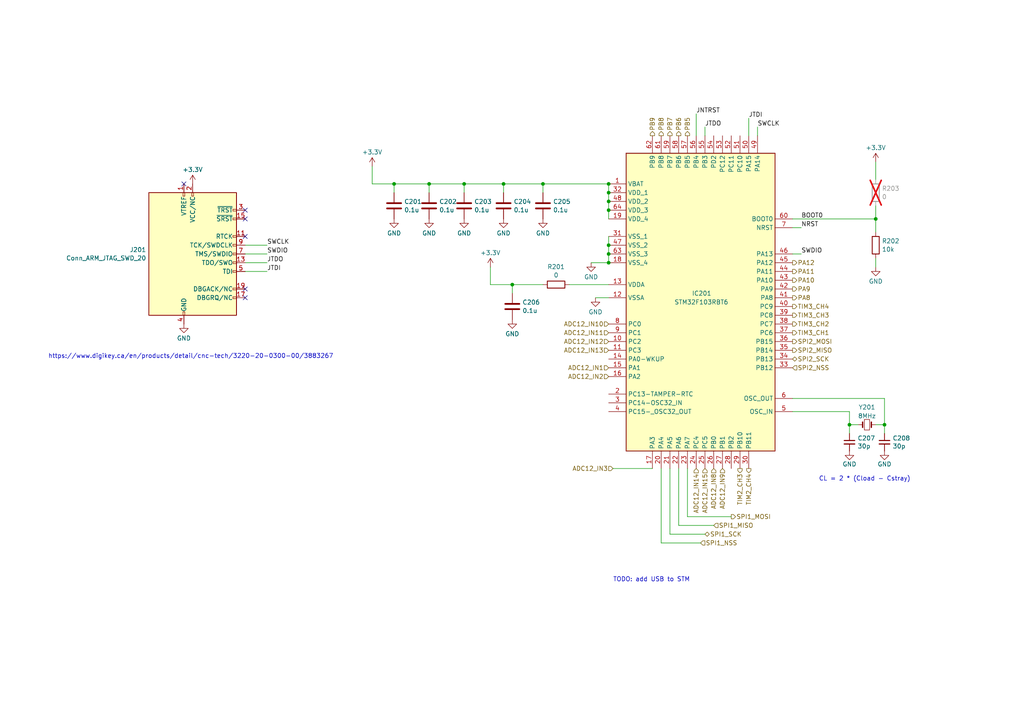
<source format=kicad_sch>
(kicad_sch (version 20230121) (generator eeschema)
  (paper "A4")
  (lib_symbols
    (symbol "Connector:Conn_ARM_JTAG_SWD_20" (pin_names (offset 1.016))
      (property "Reference" "J" (at -5.08 21.59 0))
      (property "Value" "Conn_ARM_JTAG_SWD_20" (at -5.08 19.05 0))
      (symbol "Conn_ARM_JTAG_SWD_20_0_1"
        (rectangle (start -12.7 17.78) (end 12.7 -17.78) (stroke (width 0.254)) (fill (type background)))
        (rectangle (start -2.794 -17.78) (end -2.286 -16.764))
        (rectangle (start -2.794 17.78) (end -2.286 16.764))
        (rectangle (start -0.254 17.78) (end 0.254 16.764))
        (rectangle (start 11.684 2.286) (end 12.7 2.794))
        (rectangle (start 12.7 -12.446) (end 11.684 -12.954))
        (rectangle (start 12.7 -9.906) (end 11.684 -10.414))
        (rectangle (start 12.7 -2.794) (end 11.684 -2.286))
        (rectangle (start 12.7 -0.254) (end 11.684 0.254))
        (rectangle (start 12.7 4.826) (end 11.684 5.334))
        (rectangle (start 12.7 10.414) (end 11.684 9.906))
        (rectangle (start 12.7 12.954) (end 11.684 12.446))
      )
      (symbol "Conn_ARM_JTAG_SWD_20_1_1"
        (rectangle (start 11.684 -5.334) (end 12.7 -4.826))
        (pin power_in line (at -2.54 20.32 270) (length 2.54) (name "VTREF") (number "1"))
        (pin passive line (at -2.54 -20.32 90) (length 2.54) hide (name "GND") (number "10"))
        (pin input line (at 15.24 5.08 180) (length 2.54) (name "RTCK") (number "11"))
        (pin passive line (at -2.54 -20.32 90) (length 2.54) hide (name "GND") (number "12"))
        (pin input line (at 15.24 -2.54 180) (length 2.54) (name "TDO/SWO") (number "13"))
        (pin passive line (at -2.54 -20.32 90) (length 2.54) hide (name "GND") (number "14"))
        (pin bidirectional line (at 15.24 10.16 180) (length 2.54) (name "~{SRST}") (number "15"))
        (pin passive line (at -2.54 -20.32 90) (length 2.54) hide (name "GND") (number "16"))
        (pin output line (at 15.24 -12.7 180) (length 2.54) (name "DBGRQ/NC") (number "17"))
        (pin passive line (at -2.54 -20.32 90) (length 2.54) hide (name "GND") (number "18"))
        (pin input line (at 15.24 -10.16 180) (length 2.54) (name "DBGACK/NC") (number "19"))
        (pin power_in line (at 0 20.32 270) (length 2.54) (name "VCC/NC") (number "2"))
        (pin passive line (at -2.54 -20.32 90) (length 2.54) hide (name "GND") (number "20"))
        (pin output line (at 15.24 12.7 180) (length 2.54) (name "~{TRST}") (number "3"))
        (pin power_in line (at -2.54 -20.32 90) (length 2.54) (name "GND") (number "4"))
        (pin output line (at 15.24 -5.08 180) (length 2.54) (name "TDI") (number "5"))
        (pin passive line (at -2.54 -20.32 90) (length 2.54) hide (name "GND") (number "6"))
        (pin output line (at 15.24 0 180) (length 2.54) (name "TMS/SWDIO") (number "7"))
        (pin passive line (at -2.54 -20.32 90) (length 2.54) hide (name "GND") (number "8"))
        (pin output line (at 15.24 2.54 180) (length 2.54) (name "TCK/SWDCLK") (number "9"))
      )
    )
    (symbol "Device:C" (pin_numbers hide) (pin_names (offset 0.254))
      (property "Reference" "C" (at 0.635 2.54 0))
      (property "Value" "C" (at 0.635 -2.54 0))
      (symbol "C_0_1"
        (polyline (pts (xy -2.032 -0.762) (xy 2.032 -0.762)) (stroke (width 0.508)))
        (polyline (pts (xy -2.032 0.762) (xy 2.032 0.762)) (stroke (width 0.508)))
      )
      (symbol "C_1_1"
        (pin passive line (at 0 3.81 270) (length 2.794) (name "~") (number "1"))
        (pin passive line (at 0 -3.81 90) (length 2.794) (name "~") (number "2"))
      )
    )
    (symbol "Device:C_Small" (pin_numbers hide) (pin_names (offset 0.254) hide)
      (property "Reference" "C" (at 0.254 1.778 0))
      (property "Value" "C_Small" (at 0.254 -2.032 0))
      (symbol "C_Small_0_1"
        (polyline (pts (xy -1.524 -0.508) (xy 1.524 -0.508)) (stroke (width 0.3302)))
        (polyline (pts (xy -1.524 0.508) (xy 1.524 0.508)) (stroke (width 0.3048)))
      )
      (symbol "C_Small_1_1"
        (pin passive line (at 0 2.54 270) (length 2.032) (name "~") (number "1"))
        (pin passive line (at 0 -2.54 90) (length 2.032) (name "~") (number "2"))
      )
    )
    (symbol "Device:Crystal_Small" (pin_numbers hide) (pin_names (offset 1.016) hide)
      (property "Reference" "Y" (at 0 2.54 0))
      (property "Value" "Crystal_Small" (at 0 -2.54 0))
      (symbol "Crystal_Small_0_1"
        (rectangle (start -0.762 -1.524) (end 0.762 1.524))
        (polyline (pts (xy -1.27 -0.762) (xy -1.27 0.762)) (stroke (width 0.381)))
        (polyline (pts (xy 1.27 -0.762) (xy 1.27 0.762)) (stroke (width 0.381)))
      )
      (symbol "Crystal_Small_1_1"
        (pin passive line (at -2.54 0 0) (length 1.27) (name "1") (number "1"))
        (pin passive line (at 2.54 0 180) (length 1.27) (name "2") (number "2"))
      )
    )
    (symbol "Device:R" (pin_numbers hide) (pin_names (offset 0))
      (property "Reference" "R" (at 2.032 0 90))
      (property "Value" "R" (at 0 0 90))
      (symbol "R_0_1"
        (rectangle (start -1.016 -2.54) (end 1.016 2.54) (stroke (width 0.254)))
      )
      (symbol "R_1_1"
        (pin passive line (at 0 3.81 270) (length 1.27) (name "~") (number "1"))
        (pin passive line (at 0 -3.81 90) (length 1.27) (name "~") (number "2"))
      )
    )
    (symbol "SamacSys_Parts:STM32F103RBT6"
      (property "Reference" "IC201" (at 24.13 -16.51 0))
      (property "Value" "STM32F103RBT6" (at 19.05 -19.05 0))
      (symbol "STM32F103RBT6_1_1"
        (rectangle (start 5.08 24.13) (end 48.26 -62.23) (stroke (width 0.254)) (fill (type background)))
        (pin passive line (at 0 15.24 0) (length 5.08) (name "VBAT") (number "1"))
        (pin passive line (at 0 -30.48 0) (length 5.08) (name "PC2") (number "10"))
        (pin passive line (at 0 -33.02 0) (length 5.08) (name "PC3") (number "11"))
        (pin passive line (at 0 -17.78 0) (length 5.08) (name "VSSA") (number "12"))
        (pin passive line (at 0 -13.97 0) (length 5.08) (name "VDDA") (number "13"))
        (pin passive line (at 0 -35.56 0) (length 5.08) (name "PA0-WKUP") (number "14"))
        (pin passive line (at 0 -38.1 0) (length 5.08) (name "PA1") (number "15"))
        (pin passive line (at 0 -40.64 0) (length 5.08) (name "PA2") (number "16"))
        (pin passive line (at 12.7 -67.31 90) (length 5.08) (name "PA3") (number "17"))
        (pin passive line (at 0 -7.62 0) (length 5.08) (name "VSS_4") (number "18"))
        (pin passive line (at 0 5.08 0) (length 5.08) (name "VDD_4") (number "19"))
        (pin passive line (at 0 -45.72 0) (length 5.08) (name "PC13-TAMPER-RTC") (number "2"))
        (pin passive line (at 15.24 -67.31 90) (length 5.08) (name "PA4") (number "20"))
        (pin passive line (at 17.78 -67.31 90) (length 5.08) (name "PA5") (number "21"))
        (pin passive line (at 20.32 -67.31 90) (length 5.08) (name "PA6") (number "22"))
        (pin passive line (at 22.86 -67.31 90) (length 5.08) (name "PA7") (number "23"))
        (pin passive line (at 25.4 -67.31 90) (length 5.08) (name "PC4") (number "24"))
        (pin passive line (at 27.94 -67.31 90) (length 5.08) (name "PC5") (number "25"))
        (pin passive line (at 30.48 -67.31 90) (length 5.08) (name "PB0") (number "26"))
        (pin passive line (at 33.02 -67.31 90) (length 5.08) (name "PB1") (number "27"))
        (pin passive line (at 35.56 -67.31 90) (length 5.08) (name "PB2") (number "28"))
        (pin passive line (at 38.1 -67.31 90) (length 5.08) (name "PB10") (number "29"))
        (pin passive line (at 0 -48.26 0) (length 5.08) (name "PC14-OSC32_IN") (number "3"))
        (pin passive line (at 40.64 -67.31 90) (length 5.08) (name "PB11") (number "30"))
        (pin passive line (at 0 0 0) (length 5.08) (name "VSS_1") (number "31"))
        (pin passive line (at 0 12.7 0) (length 5.08) (name "VDD_1") (number "32"))
        (pin passive line (at 53.34 -38.1 180) (length 5.08) (name "PB12") (number "33"))
        (pin passive line (at 53.34 -35.56 180) (length 5.08) (name "PB13") (number "34"))
        (pin passive line (at 53.34 -33.02 180) (length 5.08) (name "PB14") (number "35"))
        (pin passive line (at 53.34 -30.48 180) (length 5.08) (name "PB15") (number "36"))
        (pin passive line (at 53.34 -27.94 180) (length 5.08) (name "PC6") (number "37"))
        (pin passive line (at 53.34 -25.4 180) (length 5.08) (name "PC7") (number "38"))
        (pin passive line (at 53.34 -22.86 180) (length 5.08) (name "PC8") (number "39"))
        (pin passive line (at 0 -50.8 0) (length 5.08) (name "PC15-_OSC32_OUT") (number "4"))
        (pin passive line (at 53.34 -20.32 180) (length 5.08) (name "PC9") (number "40"))
        (pin passive line (at 53.34 -17.78 180) (length 5.08) (name "PA8") (number "41"))
        (pin passive line (at 53.34 -15.24 180) (length 5.08) (name "PA9") (number "42"))
        (pin passive line (at 53.34 -12.7 180) (length 5.08) (name "PA10") (number "43"))
        (pin passive line (at 53.34 -10.16 180) (length 5.08) (name "PA11") (number "44"))
        (pin passive line (at 53.34 -7.62 180) (length 5.08) (name "PA12") (number "45"))
        (pin passive line (at 53.34 -5.08 180) (length 5.08) (name "PA13") (number "46"))
        (pin passive line (at 0 -2.54 0) (length 5.08) (name "VSS_2") (number "47"))
        (pin passive line (at 0 10.16 0) (length 5.08) (name "VDD_2") (number "48"))
        (pin passive line (at 43.18 29.21 270) (length 5.08) (name "PA14") (number "49"))
        (pin passive line (at 53.34 -50.8 180) (length 5.08) (name "OSC_IN") (number "5"))
        (pin passive line (at 40.64 29.21 270) (length 5.08) (name "PA15") (number "50"))
        (pin passive line (at 38.1 29.21 270) (length 5.08) (name "PC10") (number "51"))
        (pin passive line (at 35.56 29.21 270) (length 5.08) (name "PC11") (number "52"))
        (pin passive line (at 33.02 29.21 270) (length 5.08) (name "PC12") (number "53"))
        (pin passive line (at 30.48 29.21 270) (length 5.08) (name "PD2") (number "54"))
        (pin passive line (at 27.94 29.21 270) (length 5.08) (name "PB3") (number "55"))
        (pin passive line (at 25.4 29.21 270) (length 5.08) (name "PB4") (number "56"))
        (pin passive line (at 22.86 29.21 270) (length 5.08) (name "PB5") (number "57"))
        (pin passive line (at 20.32 29.21 270) (length 5.08) (name "PB6") (number "58"))
        (pin passive line (at 17.78 29.21 270) (length 5.08) (name "PB7") (number "59"))
        (pin passive line (at 53.34 -46.99 180) (length 5.08) (name "OSC_OUT") (number "6"))
        (pin passive line (at 53.34 5.08 180) (length 5.08) (name "BOOT0") (number "60"))
        (pin passive line (at 15.24 29.21 270) (length 5.08) (name "PB8") (number "61"))
        (pin passive line (at 12.7 29.21 270) (length 5.08) (name "PB9") (number "62"))
        (pin passive line (at 0 -5.08 0) (length 5.08) (name "VSS_3") (number "63"))
        (pin passive line (at 0 7.62 0) (length 5.08) (name "VDD_3") (number "64"))
        (pin passive line (at 53.34 2.54 180) (length 5.08) (name "NRST") (number "7"))
        (pin passive line (at 0 -25.4 0) (length 5.08) (name "PC0") (number "8"))
        (pin passive line (at 0 -27.94 0) (length 5.08) (name "PC1") (number "9"))
      )
    )
    (symbol "power:+3.3V" (power) (pin_names (offset 0))
      (property "Value" "+3.3V" (at 0 3.556 0))
      (symbol "+3.3V_0_1"
        (polyline (pts (xy -0.762 1.27) (xy 0 2.54)))
        (polyline (pts (xy 0 0) (xy 0 2.54)))
        (polyline (pts (xy 0 2.54) (xy 0.762 1.27)))
      )
      (symbol "+3.3V_1_1"
        (pin power_in line (at 0 0 90) (length 0) hide (name "+3.3V") (number "1"))
      )
    )
    (symbol "power:GND" (power) (pin_names (offset 0))
      (property "Value" "GND" (at 0 -3.81 0))
      (symbol "GND_0_1"
        (polyline (pts (xy 0 0) (xy 0 -1.27) (xy 1.27 -1.27) (xy 0 -2.54) (xy -1.27 -1.27) (xy 0 -1.27)))
      )
      (symbol "GND_1_1"
        (pin power_in line (at 0 0 270) (length 0) hide (name "GND") (number "1"))
      )
    )
  )
  (junction (at 176.53 71.12))
  (junction (at 157.48 53.34))
  (junction (at 146.05 53.34))
  (junction (at 134.62 53.34))
  (junction (at 254 63.5))
  (junction (at 124.46 53.34))
  (junction (at 176.53 55.88))
  (junction (at 176.53 73.66))
  (junction (at 176.53 60.96))
  (junction (at 148.59 82.55))
  (junction (at 256.54 123.19))
  (junction (at 246.38 123.19))
  (junction (at 176.53 58.42))
  (junction (at 176.53 76.2))
  (junction (at 176.53 53.34))
  (junction (at 114.3 53.34))
  (no_connect (at 53.34 53.34))
  (no_connect (at 71.12 63.5))
  (no_connect (at 71.12 86.36))
  (no_connect (at 71.12 60.96))
  (no_connect (at 71.12 68.58))
  (no_connect (at 71.12 83.82))
  (wire (pts (xy 199.39 149.86) (xy 199.39 135.89)))
  (wire (pts (xy 204.47 36.83) (xy 204.47 39.37)))
  (wire (pts (xy 254 77.47) (xy 254 74.93)))
  (wire (pts (xy 165.1 82.55) (xy 176.53 82.55)))
  (wire (pts (xy 229.87 115.57) (xy 256.54 115.57)))
  (wire (pts (xy 203.2 157.48) (xy 191.77 157.48)))
  (wire (pts (xy 194.31 154.94) (xy 194.31 135.89)))
  (wire (pts (xy 232.41 73.66) (xy 229.87 73.66)))
  (wire (pts (xy 176.53 68.58) (xy 176.53 71.12)))
  (wire (pts (xy 219.71 36.83) (xy 219.71 39.37)))
  (wire (pts (xy 176.53 60.96) (xy 176.53 63.5)))
  (wire (pts (xy 134.62 53.34) (xy 134.62 55.88)))
  (wire (pts (xy 114.3 53.34) (xy 107.95 53.34)))
  (wire (pts (xy 254 46.99) (xy 254 52.07)))
  (wire (pts (xy 124.46 53.34) (xy 124.46 55.88)))
  (wire (pts (xy 77.47 78.74) (xy 71.12 78.74)))
  (wire (pts (xy 142.24 77.47) (xy 142.24 82.55)))
  (wire (pts (xy 148.59 82.55) (xy 142.24 82.55)))
  (wire (pts (xy 246.38 125.73) (xy 246.38 123.19)))
  (wire (pts (xy 146.05 53.34) (xy 146.05 55.88)))
  (wire (pts (xy 157.48 53.34) (xy 157.48 55.88)))
  (wire (pts (xy 171.45 76.2) (xy 176.53 76.2)))
  (wire (pts (xy 254 63.5) (xy 254 59.69)))
  (wire (pts (xy 229.87 119.38) (xy 246.38 119.38)))
  (wire (pts (xy 256.54 125.73) (xy 256.54 123.19)))
  (wire (pts (xy 196.85 152.4) (xy 196.85 135.89)))
  (wire (pts (xy 201.93 33.02) (xy 201.93 39.37)))
  (wire (pts (xy 176.53 73.66) (xy 176.53 76.2)))
  (wire (pts (xy 107.95 48.26) (xy 107.95 53.34)))
  (wire (pts (xy 254 123.19) (xy 256.54 123.19)))
  (wire (pts (xy 246.38 119.38) (xy 246.38 123.19)))
  (wire (pts (xy 148.59 82.55) (xy 157.48 82.55)))
  (wire (pts (xy 176.53 71.12) (xy 176.53 73.66)))
  (wire (pts (xy 157.48 53.34) (xy 176.53 53.34)))
  (wire (pts (xy 207.01 152.4) (xy 196.85 152.4)))
  (wire (pts (xy 148.59 82.55) (xy 148.59 85.09)))
  (wire (pts (xy 77.47 71.12) (xy 71.12 71.12)))
  (wire (pts (xy 232.41 66.04) (xy 229.87 66.04)))
  (wire (pts (xy 176.53 53.34) (xy 176.53 55.88)))
  (wire (pts (xy 134.62 53.34) (xy 146.05 53.34)))
  (wire (pts (xy 176.53 55.88) (xy 176.53 58.42)))
  (wire (pts (xy 176.53 58.42) (xy 176.53 60.96)))
  (wire (pts (xy 146.05 53.34) (xy 157.48 53.34)))
  (wire (pts (xy 204.47 154.94) (xy 194.31 154.94)))
  (wire (pts (xy 229.87 63.5) (xy 254 63.5)))
  (wire (pts (xy 256.54 115.57) (xy 256.54 123.19)))
  (wire (pts (xy 254 63.5) (xy 254 67.31)))
  (wire (pts (xy 217.17 34.29) (xy 217.17 39.37)))
  (wire (pts (xy 212.09 149.86) (xy 199.39 149.86)))
  (wire (pts (xy 246.38 123.19) (xy 248.92 123.19)))
  (wire (pts (xy 77.47 73.66) (xy 71.12 73.66)))
  (wire (pts (xy 114.3 53.34) (xy 114.3 55.88)))
  (wire (pts (xy 77.47 76.2) (xy 71.12 76.2)))
  (wire (pts (xy 172.72 86.36) (xy 176.53 86.36)))
  (wire (pts (xy 114.3 53.34) (xy 124.46 53.34)))
  (wire (pts (xy 191.77 157.48) (xy 191.77 135.89)))
  (wire (pts (xy 177.8 135.89) (xy 189.23 135.89)))
  (wire (pts (xy 124.46 53.34) (xy 134.62 53.34)))
  (text "https://www.digikey.ca/en/products/detail/cnc-tech/3220-20-0300-00/3883267" (at 13.97 104.14 0) (effects (font (size 1.27 1.27)) (justify left bottom)))
  (text "CL = 2 * (Cload - Cstray)" (at 237.49 139.7 0) (effects (font (size 1.27 1.27)) (justify left bottom)))
  (text "TODO: add USB to STM" (at 177.8 168.91 0) (effects (font (size 1.27 1.27)) (justify left bottom)))
  (label "BOOT0" (at 232.41 63.5 0))
  (label "JTDO" (at 77.47 76.2 0))
  (label "NRST" (at 232.41 66.04 0))
  (label "JTDI" (at 77.47 78.74 0))
  (label "SWCLK" (at 77.47 71.12 0))
  (label "SWDIO" (at 77.47 73.66 0))
  (label "JTDI" (at 217.17 34.29 0))
  (label "SWCLK" (at 219.71 36.83 0))
  (label "JNTRST" (at 201.93 33.02 0))
  (label "JTDO" (at 204.47 36.83 0))
  (label "SWDIO" (at 232.41 73.66 0))
  (hierarchical_label "ADC12_IN1" (shape input) (at 176.53 106.68 180))
  (hierarchical_label "TIM3_CH3" (shape output) (at 229.87 91.44 0))
  (hierarchical_label "SPI1_SCK" (shape bidirectional) (at 204.47 154.94 0))
  (hierarchical_label "PB7" (shape output) (at 194.31 39.37 90))
  (hierarchical_label "PB5" (shape output) (at 199.39 39.37 90))
  (hierarchical_label "TIM3_CH4" (shape output) (at 229.87 88.9 0))
  (hierarchical_label "TIM2_CH3" (shape output) (at 214.63 135.89 270))
  (hierarchical_label "PA12" (shape output) (at 229.87 76.2 0))
  (hierarchical_label "PA10" (shape output) (at 229.87 81.28 0))
  (hierarchical_label "ADC12_IN8" (shape input) (at 207.01 135.89 270))
  (hierarchical_label "SPI1_MISO" (shape input) (at 207.01 152.4 0))
  (hierarchical_label "PA8" (shape output) (at 229.87 86.36 0))
  (hierarchical_label "SPI2_SCK" (shape bidirectional) (at 229.87 104.14 0))
  (hierarchical_label "ADC12_IN3" (shape input) (at 177.8 135.89 180))
  (hierarchical_label "ADC12_IN13" (shape input) (at 176.53 101.6 180))
  (hierarchical_label "ADC12_IN10" (shape input) (at 176.53 93.98 180))
  (hierarchical_label "TIM3_CH1" (shape output) (at 229.87 96.52 0))
  (hierarchical_label "ADC12_IN2" (shape input) (at 176.53 109.22 180))
  (hierarchical_label "TIM2_CH4" (shape output) (at 217.17 135.89 270))
  (hierarchical_label "SPI2_NSS" (shape input) (at 229.87 106.68 0))
  (hierarchical_label "SPI2_MISO" (shape output) (at 229.87 101.6 0))
  (hierarchical_label "TIM3_CH2" (shape output) (at 229.87 93.98 0))
  (hierarchical_label "PB6" (shape output) (at 196.85 39.37 90))
  (hierarchical_label "ADC12_IN9" (shape input) (at 209.55 135.89 270))
  (hierarchical_label "ADC12_IN15" (shape input) (at 204.47 135.89 270))
  (hierarchical_label "PA11" (shape output) (at 229.87 78.74 0))
  (hierarchical_label "ADC12_IN14" (shape input) (at 201.93 135.89 270))
  (hierarchical_label "PB8" (shape output) (at 191.77 39.37 90))
  (hierarchical_label "SPI1_MOSI" (shape output) (at 212.09 149.86 0))
  (hierarchical_label "SPI2_MOSI" (shape output) (at 229.87 99.06 0))
  (hierarchical_label "SPI1_NSS" (shape input) (at 203.2 157.48 0))
  (hierarchical_label "PA9" (shape output) (at 229.87 83.82 0))
  (hierarchical_label "ADC12_IN11" (shape input) (at 176.53 96.52 180))
  (hierarchical_label "PB9" (shape output) (at 189.23 39.37 90))
  (hierarchical_label "ADC12_IN12" (shape input) (at 176.53 99.06 180))
  (symbol (lib_id "power:+3.3V") (at 254 46.99 0) (unit 1)
    (property "Reference" "#PWR0213" (effects hide))
    (property "Value" "+3.3V" (at 254 42.8569 0))
  )
  (symbol (lib_id "power:+3.3V") (at 55.88 53.34 0) (unit 1)
    (property "Reference" "#PWR01" (effects hide))
    (property "Value" "+3.3V" (at 55.88 49.2069 0))
  )
  (symbol (lib_id "Device:C") (at 114.3 59.69 0) (unit 1)
    (property "Reference" "C201" (at 117.221 58.4779 0) (effects (justify left)))
    (property "Value" "0.1u" (at 117.221 60.9021 0) (effects (justify left)))
    (property "Footprint" "Capacitor_SMD:C_0603_1608Metric_Pad1.08x0.95mm_HandSolder" (effects hide))
  )
  (symbol (lib_id "power:GND") (at 246.38 130.81 0) (unit 1)
    (property "Reference" "#PWR0214" (effects hide))
    (property "Value" "GND" (at 246.38 134.62 0))
    (instances (project "engine-controller" (path "" (reference "#PWR0214") (unit 1))) (project "SimpleTM32" (path "" (reference "#PWR05") (unit 1))))
  )
  (symbol (lib_id "power:GND") (at 53.34 93.98 0) (unit 1)
    (property "Reference" "#PWR0201" (effects hide))
    (property "Value" "GND" (at 53.34 98.1131 0))
  )
  (symbol (lib_id "power:GND") (at 124.46 63.5 0) (unit 1)
    (property "Reference" "#PWR0204" (effects hide))
    (property "Value" "GND" (at 124.46 67.6331 0))
  )
  (symbol (lib_id "Device:R") (at 254 55.88 180) (unit 1) (dnp yes)
    (property "Reference" "R203" (at 255.778 54.6679 0) (effects (justify right)))
    (property "Value" "0" (at 255.778 57.0921 0) (effects (justify right)))
    (property "Footprint" "Resistor_SMD:R_0603_1608Metric_Pad0.98x0.95mm_HandSolder" (effects hide))
  )
  (symbol (lib_id "Device:C") (at 148.59 88.9 0) (unit 1)
    (property "Reference" "C206" (at 151.511 87.6879 0) (effects (justify left)))
    (property "Value" "0.1u" (at 151.511 90.1121 0) (effects (justify left)))
    (property "Footprint" "Capacitor_SMD:C_0603_1608Metric_Pad1.08x0.95mm_HandSolder" (effects hide))
  )
  (symbol (lib_id "power:GND") (at 114.3 63.5 0) (unit 1)
    (property "Reference" "#PWR0203" (effects hide))
    (property "Value" "GND" (at 114.3 67.6331 0))
  )
  (symbol (lib_id "Device:C") (at 124.46 59.69 0) (unit 1)
    (property "Reference" "C202" (at 127.381 58.4779 0) (effects (justify left)))
    (property "Value" "0.1u" (at 127.381 60.9021 0) (effects (justify left)))
    (property "Footprint" "Capacitor_SMD:C_0603_1608Metric_Pad1.08x0.95mm_HandSolder" (effects hide))
  )
  (symbol (lib_id "power:GND") (at 171.45 76.2 0) (unit 1)
    (property "Reference" "#PWR0208" (effects hide))
    (property "Value" "GND" (at 171.45 80.3331 0))
  )
  (symbol (lib_id "Connector:Conn_ARM_JTAG_SWD_20") (at 55.88 73.66 0) (unit 1)
    (property "Reference" "J201" (at 42.4181 72.4479 0) (effects (justify right)))
    (property "Value" "Conn_ARM_JTAG_SWD_20" (at 42.4181 74.8721 0) (effects (justify right)))
    (property "Footprint" "Connector_PinHeader_1.27mm:PinHeader_2x10_P1.27mm_Vertical_SMD" (effects hide))
    (property "Datasheet" "http://infocenter.arm.com/help/topic/com.arm.doc.dui0499b/DUI0499B_system_design_reference.pdf" (effects hide))
  )
  (symbol (lib_id "power:+3.3V") (at 142.24 77.47 0) (unit 1)
    (property "Reference" "#PWR0210" (effects hide))
    (property "Value" "+3.3V" (at 142.24 73.3369 0))
  )
  (symbol (lib_id "power:GND") (at 254 77.47 0) (unit 1)
    (property "Reference" "#PWR0212" (effects hide))
    (property "Value" "GND" (at 254 81.6031 0))
  )
  (symbol (lib_id "SamacSys_Parts:STM32F103RBT6") (at 176.53 68.58 0) (unit 1)
    (property "Reference" "IC201" (at 200.66 85.09 0) (effects (justify left)))
    (property "Value" "STM32F103RBT6" (at 195.58 87.63 0) (effects (justify left)))
    (property "Footprint" "SamacSys_Parts:QFP50P1200X1200X160-64N" (effects hide))
    (property "Datasheet" "http://www.st.com/st-web-ui/static/active/en/resource/technical/document/datasheet/CD00161566.pdf" (effects hide))
    (property "Height" "1.6" (effects hide))
    (property "Manufacturer_Name" "STMicroelectronics" (effects hide))
    (property "Manufacturer_Part_Number" "STM32F103RBT6" (effects hide))
    (property "Mouser Part Number" "511-STM32F103RBT6" (effects hide))
    (property "Mouser Price/Stock" "https://www.mouser.co.uk/ProductDetail/STMicroelectronics/STM32F103RBT6?qs=bhCVus9SdFv12dJRZaBmJg%3D%3D" (effects hide))
    (property "Arrow Part Number" "STM32F103RBT6" (effects hide))
    (property "Arrow Price/Stock" "https://www.arrow.com/en/products/stm32f103rbt6/stmicroelectronics?region=europe" (effects hide))
  )
  (symbol (lib_id "power:GND") (at 134.62 63.5 0) (unit 1)
    (property "Reference" "#PWR0205" (effects hide))
    (property "Value" "GND" (at 134.62 67.6331 0))
  )
  (symbol (lib_id "Device:C") (at 134.62 59.69 0) (unit 1)
    (property "Reference" "C203" (at 137.541 58.4779 0) (effects (justify left)))
    (property "Value" "0.1u" (at 137.541 60.9021 0) (effects (justify left)))
    (property "Footprint" "Capacitor_SMD:C_0603_1608Metric_Pad1.08x0.95mm_HandSolder" (effects hide))
  )
  (symbol (lib_id "power:GND") (at 146.05 63.5 0) (unit 1)
    (property "Reference" "#PWR0206" (effects hide))
    (property "Value" "GND" (at 146.05 67.6331 0))
  )
  (symbol (lib_id "Device:C") (at 146.05 59.69 0) (unit 1)
    (property "Reference" "C204" (at 148.971 58.4779 0) (effects (justify left)))
    (property "Value" "0.1u" (at 148.971 60.9021 0) (effects (justify left)))
    (property "Footprint" "Capacitor_SMD:C_0603_1608Metric_Pad1.08x0.95mm_HandSolder" (effects hide))
  )
  (symbol (lib_id "power:GND") (at 157.48 63.5 0) (unit 1)
    (property "Reference" "#PWR0207" (effects hide))
    (property "Value" "GND" (at 157.48 67.6331 0))
  )
  (symbol (lib_id "power:GND") (at 148.59 92.71 0) (unit 1)
    (property "Reference" "#PWR0211" (effects hide))
    (property "Value" "GND" (at 148.59 96.8431 0))
  )
  (symbol (lib_id "Device:R") (at 254 71.12 180) (unit 1)
    (property "Reference" "R202" (at 255.778 69.9079 0) (effects (justify right)))
    (property "Value" "10k" (at 255.778 72.3321 0) (effects (justify right)))
    (property "Footprint" "Resistor_SMD:R_0603_1608Metric_Pad0.98x0.95mm_HandSolder" (effects hide))
  )
  (symbol (lib_id "power:+3.3V") (at 107.95 48.26 0) (unit 1)
    (property "Reference" "#PWR0202" (effects hide))
    (property "Value" "+3.3V" (at 107.95 44.1269 0))
  )
  (symbol (lib_id "Device:C_Small") (at 246.38 128.27 0) (unit 1)
    (property "Reference" "C207" (at 248.7168 127.1016 0) (effects (justify left)))
    (property "Value" "30p" (at 248.7168 129.413 0) (effects (justify left)))
    (property "Footprint" "Capacitor_SMD:C_0402_1005Metric" (effects hide))
    (property "LCSC Part #" "C1570" (effects hide))
    (instances (project "engine-controller" (path "" (reference "C207") (unit 1))) (project "SimpleTM32" (path "" (reference "C10") (unit 1))))
  )
  (symbol (lib_id "Device:C") (at 157.48 59.69 0) (unit 1)
    (property "Reference" "C205" (at 160.401 58.4779 0) (effects (justify left)))
    (property "Value" "0.1u" (at 160.401 60.9021 0) (effects (justify left)))
    (property "Footprint" "Capacitor_SMD:C_0603_1608Metric_Pad1.08x0.95mm_HandSolder" (effects hide))
  )
  (symbol (lib_id "power:GND") (at 256.54 130.81 0) (unit 1)
    (property "Reference" "#PWR0215" (effects hide))
    (property "Value" "GND" (at 256.54 134.62 0))
    (instances (project "engine-controller" (path "" (reference "#PWR0215") (unit 1))) (project "SimpleTM32" (path "" (reference "#PWR07") (unit 1))))
  )
  (symbol (lib_id "power:GND") (at 172.72 86.36 0) (unit 1)
    (property "Reference" "#PWR0209" (effects hide))
    (property "Value" "GND" (at 172.72 90.4931 0))
  )
  (symbol (lib_id "Device:Crystal_Small") (at 251.46 123.19 0) (unit 1)
    (property "Reference" "Y201" (at 251.46 118.11 0))
    (property "Value" "8MHz" (at 251.46 120.65 0))
    (property "Footprint" "Crystal:Crystal_SMD_5032-2Pin_5.0x3.2mm" (effects hide))
    (property "LCSC Part #" "C115962" (effects hide))
    (instances (project "engine-controller" (path "" (reference "Y201") (unit 1))) (project "SimpleTM32" (path "" (reference "Y1") (unit 1))))
  )
  (symbol (lib_id "Device:R") (at 161.29 82.55 90) (unit 1)
    (property "Reference" "R201" (at 161.29 77.3897 90))
    (property "Value" "0" (at 161.29 79.8139 90))
    (property "Footprint" "Resistor_SMD:R_0603_1608Metric_Pad0.98x0.95mm_HandSolder" (effects hide))
  )
  (symbol (lib_id "Device:C_Small") (at 256.54 128.27 0) (unit 1)
    (property "Reference" "C208" (at 258.8768 127.1016 0) (effects (justify left)))
    (property "Value" "30p" (at 258.8768 129.413 0) (effects (justify left)))
    (property "Footprint" "Capacitor_SMD:C_0402_1005Metric" (effects hide))
    (property "LCSC Part #" "C1570" (effects hide))
    (instances (project "engine-controller" (path "" (reference "C208") (unit 1))) (project "SimpleTM32" (path "" (reference "C11") (unit 1))))
  )
)
</source>
